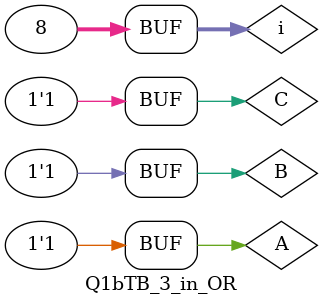
<source format=v>
`timescale 1ns / 1ps

module Q1bTB_3_in_OR(

    );
    
    // Decalre variables
    reg A, B, C;
    wire Y;
    
    // call test unit
    Q1b_3_in_OR UUT (
        .a(A),
        .b(B), 
        .c(C),
        .y(Y)
    );
    
    // test all inputs
    integer i = 0;
    initial begin
        for(i = 0; i<8; i=i+1) begin
            {A,B,C} = i[2:0];
            #5;
        end
    end
    // overcomplicated
//    initial begin
//        {A,B,C} = 3'b000; // assign inputs to a bus
//    end
//    always begin
//        #5;
//        {A,B,C} = 3'b1; // add 1 to the bus
//        if (&{A,B,C}) begin // see if it overflows
//            #5;
//            $finish;
//        end
//    end
endmodule

</source>
